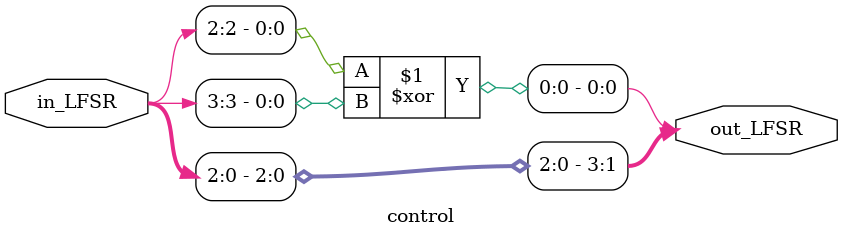
<source format=sv>
module control (
   input [3:0] in_LFSR,
   output [3:0] out_LFSR
);
   assign out_LFSR[3]=in_LFSR[2];
   assign out_LFSR[2]=in_LFSR[1];
   assign out_LFSR[1]=in_LFSR[0];
   assign out_LFSR[0]=in_LFSR[2]^in_LFSR[3];
endmodule

</source>
